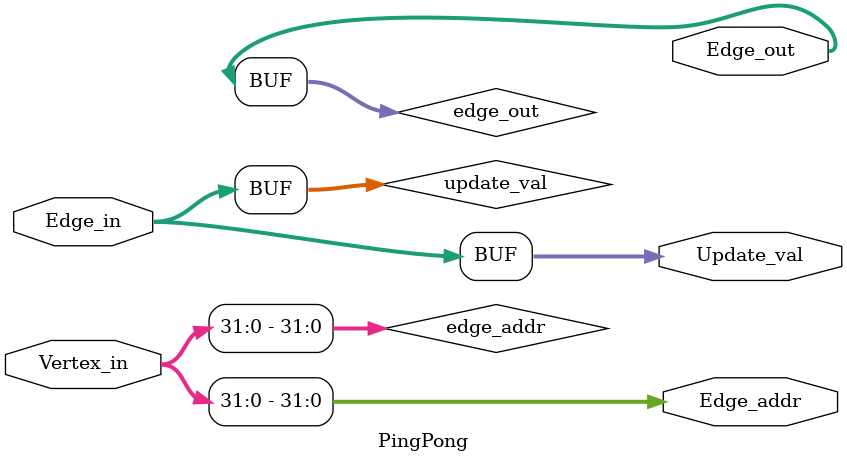
<source format=v>
module PingPong #(
parameter VERTEX_WIDTH = 64,
parameter EDGE_WIDTH = 32,
parameter EDGE_ADDRESS = 32,
parameter OUTPUT_WIDTH = 32
)(
input [VERTEX_WIDTH-1:0] 	Vertex_in,
input [EDGE_WIDTH-1:0] 		Edge_in,
output [EDGE_ADDRESS-1:0]	Edge_addr,
output [EDGE_WIDTH-1:0] 	Edge_out,
output [OUTPUT_WIDTH-1:0]	Update_val
);

reg [EDGE_ADDRESS-1:0] edge_addr;
reg [EDGE_WIDTH-1:0] edge_out;
reg [OUTPUT_WIDTH-1:0] update_val;

assign Edge_addr = edge_addr;
assign Edge_out = edge_out;
assign Update_val = update_val;

always @(Vertex_in)begin
	// Check the edges associated with a particular input vertex
	edge_addr <= Vertex_in[(VERTEX_WIDTH/2)-1:0];
	// TODO Sum on edge values associated with this vertex
	update_val <= Edge_in;
end


endmodule

</source>
